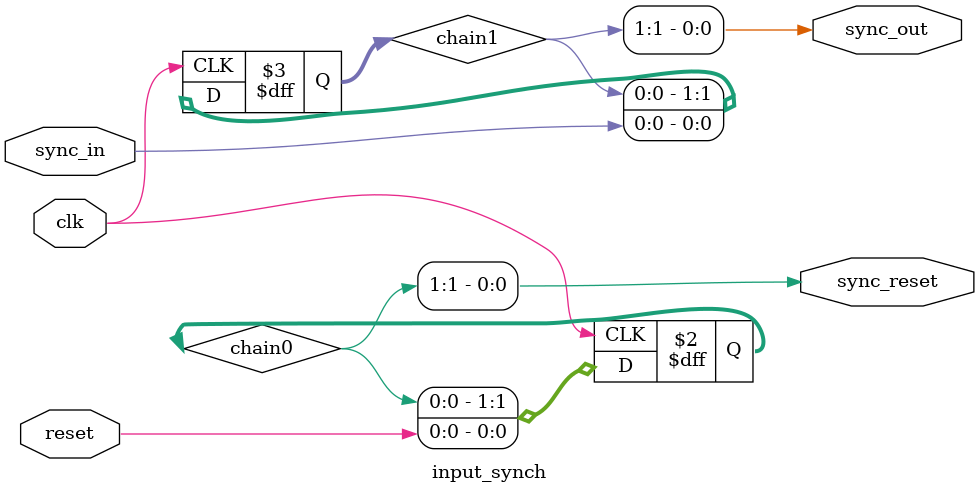
<source format=v>
module input_synch
(
	input wire clk,
	input wire reset,
	output wire sync_reset,
	input wire sync_in,
	output wire sync_out
);
	reg [1:0] chain0, chain1;
	
	always @ (posedge clk)
	begin
		chain0[1:0] <= {chain0[0], reset};
		chain1[1:0] <= {chain1[0], sync_in};
	end	

	assign sync_reset = (chain0[1]);
	assign sync_out	= (chain1[1]);
	
endmodule

</source>
